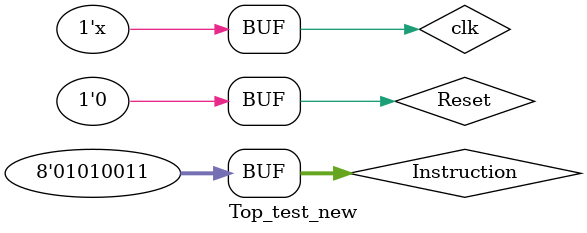
<source format=v>
`timescale 1ns / 1ps


module Top_test_new;

	// Inputs
	reg clk;
	reg Reset;
	reg [7:0] Instruction;

	// Outputs
	wire [7:0] ReadAddress;
	wire [6:0] Tens;
	wire [6:0] Ones;

	// Instantiate the Unit Under Test (UUT)
	Top uut (
		.clk(clk), 
		.Reset(Reset), 
		.Instruction(Instruction), 
		.ReadAddress(ReadAddress), 
		.Tens(Tens), 
		.Ones(Ones)
	);
   
	always #10 clk = ~clk;
	initial begin
		// Initialize Inputs
		clk = 0;
		Reset = 1;
		Instruction = {2'b00, 2'b00, 2'b01, 2'b10};

		// Wait 100 ns for global reset to finish
		//#100;
        
		// Add stimulus here
		#30;
		Reset = 0;
		Instruction = {2'b00, 2'b00, 2'b01, 2'b10};
		
		#30;
		Instruction = {2'b01, 2'b01, 2'b00, 2'b11}; //expect register[0] = mem[0] that is, -15
		
		
		

	end
      
endmodule


</source>
